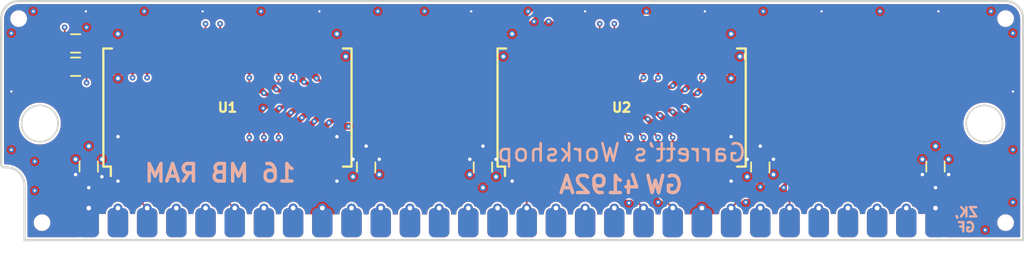
<source format=kicad_pcb>
(kicad_pcb (version 20211014) (generator pcbnew)
  (title_block (title "GW4192A") (date "2021-06-19") (rev "1.0-SOJ") (company "Garrett's Workshop"))
  (layers (0 "F.Cu" signal) (1 "In1.Cu" power) (2 "In2.Cu" signal) (31 "B.Cu" power) (34 "B.Paste" user) (35 "F.Paste" user) (36 "B.SilkS" user "B.Silkscreen") (37 "F.SilkS" user "F.Silkscreen") (38 "B.Mask" user) (39 "F.Mask" user) (44 "Edge.Cuts" user))
  (net 0 "")
  (net 1 "+5V")
  (net 2 "/D0")
  (net 3 "/D1")
  (net 4 "/~{WE}")
  (net 5 "/~{RAS}")
  (net 6 "/~{CAS}")
  (net 7 "/D2")
  (net 8 "/D3")
  (net 9 "GND")
  (net 10 "/D4")
  (net 11 "/D5")
  (net 12 "/D6")
  (net 13 "/D7")
  (net 14 "/QP")
  (net 15 "/~{CASP}")
  (net 16 "/DP")
  (net 17 "/1A0")
  (net 18 "/1A1")
  (net 19 "/1A2")
  (net 20 "/1A3")
  (net 21 "/1A4")
  (net 22 "/1A5")
  (net 23 "/1A6")
  (net 24 "/1A7")
  (net 25 "/1A8")
  (net 26 "/1A10")
  (net 27 "/1A9")
  (net 28 "Net-(U1-Pad27)")
  (net 29 "Net-(U1-Pad24)")
  (net 30 "/1A11")
  (net 31 "Net-(U2-Pad27)")
  (net 32 "Net-(U2-Pad24)")
  (net 33 "/~{OE}")
  (net 34 "Net-(U1-Pad29)")
  (net 35 "Net-(U1-Pad28)")
  (net 36 "Net-(U1-Pad7)")
  (net 37 "Net-(U1-Pad6)")
  (net 38 "Net-(U1-Pad5)")
  (net 39 "Net-(U1-Pad4)")
  (net 40 "Net-(U2-Pad4)")
  (net 41 "Net-(U2-Pad5)")
  (net 42 "Net-(U2-Pad6)")
  (net 43 "Net-(U2-Pad7)")
  (net 44 "Net-(U2-Pad28)")
  (net 45 "Net-(U2-Pad29)")
  (footprint "stdpads:SIMM-30_Edge" (layer "F.Cu") (at 120.65 99.822)
    (fp_text reference "J1")
    (fp_text value "DRAM-SIMM-30")
  )
  (footprint "stdpads:C_0805" (layer "F.Cu") (at 83.82 95.2255 90)
    (fp_text reference "C1")
    (fp_text value "2u2")
  )
  (footprint "stdpads:C_0805" (layer "F.Cu") (at 157.48 95.2255 90)
    (fp_text reference "C5")
    (fp_text value "2u2")
  )
  (footprint "stdpads:C_0805" (layer "F.Cu") (at 107.95 95.2255 -90)
    (fp_text reference "C2")
    (fp_text value "2u2")
  )
  (footprint "stdpads:C_0805" (layer "F.Cu") (at 118.11 95.2255 -90)
    (fp_text reference "C3")
    (fp_text value "2u2")
  )
  (footprint "stdpads:C_0805" (layer "F.Cu") (at 142.24 95.2255 -90)
    (fp_text reference "C4")
    (fp_text value "2u2")
  )
  (footprint "stdpads:R_0805" (layer "F.Cu") (at 82.677 86.487 180)
    (fp_text reference "R1")
    (fp_text value "EDO")
  )
  (footprint "stdpads:R_0805" (layer "F.Cu") (at 82.677 84.455)
    (fp_text reference "R2")
    (fp_text value "FPM")
  )
  (footprint "stdpads:PasteHole_1.152mm_NPTH" (layer "F.Cu") (at 163.576 82.296)
    (fp_text reference "H2")
    (fp_text value "MountingHole" hide)
  )
  (footprint "stdpads:PasteHole_1.152mm_NPTH" (layer "F.Cu") (at 77.724 82.296)
    (fp_text reference "H1")
    (fp_text value "MountingHole" hide)
  )
  (footprint "stdpads:PasteHole_1.152mm_NPTH" (layer "F.Cu") (at 79.756 100.076)
    (fp_text reference "H4")
    (fp_text value "MountingHole" hide)
  )
  (footprint "stdpads:PasteHole_1.152mm_NPTH" (layer "F.Cu") (at 163.576 100.076)
    (fp_text reference "H3")
    (fp_text value "MountingHole" hide)
  )
  (footprint "stdpads:SOJ-32_400mil" (layer "F.Cu") (at 95.885 90.043 90)
    (fp_text reference "U1")
    (fp_text value "KM44C16104")
  )
  (footprint "stdpads:SOJ-32_400mil" (layer "F.Cu") (at 130.175 90.043 90)
    (fp_text reference "U2")
    (fp_text value "KM44C16104")
  )
  (gr_line (start 76.2 94.996) (end 76.2 82.296) (layer "Edge.Cuts") (width 0.2))
  (gr_circle (center 79.5655 91.44) (end 77.978 91.44) (layer "Edge.Cuts") (width 0.15) (fill none))
  (gr_circle (center 161.7345 91.44) (end 163.322 91.44) (layer "Edge.Cuts") (width 0.15) (fill none))
  (gr_arc (start 163.576 80.772) (mid 164.653631 81.218369) (end 165.1 82.296) (layer "Edge.Cuts") (width 0.2))
  (gr_arc (start 76.2 82.296) (mid 76.646369 81.218369) (end 77.724 80.772) (layer "Edge.Cuts") (width 0.2))
  (gr_arc (start 76.454 95.25) (mid 76.274395 95.175605) (end 76.2 94.996) (layer "Edge.Cuts") (width 0.2))
  (gr_line (start 76.6445 95.25) (end 76.454 95.25) (layer "Edge.Cuts") (width 0.2))
  (gr_line (start 78.232 101.6) (end 78.232 96.8375) (layer "Edge.Cuts") (width 0.2))
  (gr_arc (start 76.6445 95.25) (mid 77.767032 95.714968) (end 78.232 96.8375) (layer "Edge.Cuts") (width 0.2))
  (gr_line (start 77.724 80.772) (end 163.576 80.772) (layer "Edge.Cuts") (width 0.2))
  (gr_line (start 165.1 101.6) (end 78.232 101.6) (layer "Edge.Cuts") (width 0.2))
  (gr_line (start 165.1 82.296) (end 165.1 101.6) (layer "Edge.Cuts") (width 0.2))
  (gr_text "16 MB RAM" (at 95.25 95.758) (layer "B.SilkS") (effects (font (size 1.524 1.524) (thickness 0.3)) (justify mirror)))
  (gr_text "GW" (at 133.858 96.774) (layer "B.SilkS") (effects (font (size 1.5 1.5) (thickness 0.3)) (justify mirror)))
  (gr_text "Garrett’s Workshop" (at 130.175 93.98) (layer "B.SilkS") (effects (font (size 1.524 1.524) (thickness 0.225)) (justify mirror)))
  (gr_text "4192A" (at 128.27 96.774) (layer "B.SilkS") (effects (font (size 1.5 1.5) (thickness 0.3)) (justify mirror)))
  (gr_text "ZK,\nGF" (at 160.147 99.822) (layer "B.SilkS") (effects (font (size 0.8128 0.8128) (thickness 0.2032)) (justify mirror)))
  (segment (start 117.143 94.3755) (end 116.967 94.5515) (width 0.6) (layer "F.Cu") (net 1))
  (segment (start 118.11 94.3755) (end 117.143 94.3755) (width 0.6) (layer "F.Cu") (net 1))
  (segment (start 118.11 94.3755) (end 119.077 94.3755) (width 0.6) (layer "F.Cu") (net 1))
  (segment (start 119.077 94.3755) (end 119.253 94.5515) (width 0.6) (layer "F.Cu") (net 1))
  (segment (start 105.41 94.513) (end 105.41 92.583) (width 0.6) (layer "F.Cu") (net 1))
  (segment (start 83.82 96.0755) (end 82.8675 96.0755) (width 0.6) (layer "F.Cu") (net 1))
  (segment (start 118.11 94.3755) (end 118.11 93.4085) (width 0.6) (layer "F.Cu") (net 1))
  (segment (start 120.65 94.513) (end 120.65 96.4565) (width 0.6) (layer "F.Cu") (net 1))
  (segment (start 119.253 94.5515) (end 120.5865 94.5515) (width 0.6) (layer "F.Cu") (net 1))
  (segment (start 105.41 94.513) (end 105.41 96.4565) (width 0.6) (layer "F.Cu") (net 1))
  (segment (start 141.097 94.5515) (end 139.7635 94.5515) (width 0.6) (layer "F.Cu") (net 1))
  (segment (start 86.36 94.513) (end 86.36 96.4565) (width 0.6) (layer "F.Cu") (net 1))
  (segment (start 106.983 94.3755) (end 106.807 94.5515) (width 0.6) (layer "F.Cu") (net 1))
  (segment (start 158.4325 96.0755) (end 158.623 95.885) (width 0.6) (layer "F.Cu") (net 1))
  (segment (start 120.5865 94.5515) (end 120.65 94.488) (width 0.6) (layer "F.Cu") (net 1))
  (segment (start 82.8675 96.0755) (end 82.677 95.885) (width 0.6) (layer "F.Cu") (net 1))
  (segment (start 157.48 96.0755) (end 158.4325 96.0755) (width 0.6) (layer "F.Cu") (net 1))
  (segment (start 105.4735 94.5515) (end 106.807 94.5515) (width 0.6) (layer "F.Cu") (net 1))
  (segment (start 105.41 94.488) (end 105.4735 94.5515) (width 0.6) (layer "F.Cu") (net 1))
  (segment (start 142.24 94.3755) (end 142.24 93.4085) (width 0.6) (layer "F.Cu") (net 1))
  (segment (start 107.95 94.3755) (end 106.983 94.3755) (width 0.6) (layer "F.Cu") (net 1))
  (segment (start 157.48 96.0755) (end 157.48 98.806) (width 0.8) (layer "F.Cu") (net 1))
  (segment (start 83.82 96.0755) (end 84.963 96.0755) (width 0.6) (layer "F.Cu") (net 1))
  (segment (start 143.207 94.3755) (end 143.383 94.5515) (width 0.6) (layer "F.Cu") (net 1))
  (segment (start 86.36 96.4565) (end 85.344 96.4565) (width 0.6) (layer "F.Cu") (net 1))
  (segment (start 83.82 96.0755) (end 83.82 97.028) (width 0.6) (layer "F.Cu") (net 1))
  (segment (start 86.36 94.513) (end 86.36 92.583) (width 0.6) (layer "F.Cu") (net 1))
  (segment (start 85.344 96.4565) (end 84.963 96.0755) (width 0.6) (layer "F.Cu") (net 1))
  (segment (start 107.95 94.3755) (end 108.917 94.3755) (width 0.6) (layer "F.Cu") (net 1))
  (segment (start 142.24 94.3755) (end 143.207 94.3755) (width 0.6) (layer "F.Cu") (net 1))
  (segment (start 107.95 94.3755) (end 107.95 93.4085) (width 0.6) (layer "F.Cu") (net 1))
  (segment (start 157.48 96.0755) (end 157.48 97.028) (width 0.6) (layer "F.Cu") (net 1))
  (segment (start 139.7 94.513) (end 139.7 92.583) (width 0.6) (layer "F.Cu") (net 1))
  (segment (start 139.7635 94.5515) (end 139.7 94.488) (width 0.6) (layer "F.Cu") (net 1))
  (segment (start 157.48 96.0755) (end 156.5275 96.0755) (width 0.6) (layer "F.Cu") (net 1))
  (segment (start 141.273 94.3755) (end 141.097 94.5515) (width 0.6) (layer "F.Cu") (net 1))
  (segment (start 83.82 97.028) (end 83.82 98.806) (width 0.6) (layer "F.Cu") (net 1))
  (segment (start 108.917 94.3755) (end 109.093 94.5515) (width 0.6) (layer "F.Cu") (net 1))
  (segment (start 156.5275 96.0755) (end 156.337 95.885) (width 0.6) (layer "F.Cu") (net 1))
  (segment (start 142.24 94.3755) (end 141.273 94.3755) (width 0.6) (layer "F.Cu") (net 1))
  (segment (start 139.7 94.513) (end 139.7 96.4565) (width 0.6) (layer "F.Cu") (net 1))
  (via (at 116.967 94.5515) (size 0.6) (drill 0.3) (layers "F.Cu" "B.Cu") (net 1))
  (via (at 119.253 94.5515) (size 0.6) (drill 0.3) (layers "F.Cu" "B.Cu") (net 1))
  (via (at 164.211 88.646) (size 0.508) (drill 0.2) (layers "F.Cu" "B.Cu") (net 1))
  (via (at 157.734 81.661) (size 0.508) (drill 0.2) (layers "F.Cu" "B.Cu") (net 1))
  (via (at 147.574 81.661) (size 0.508) (drill 0.2) (layers "F.Cu" "B.Cu") (net 1))
  (via (at 137.414 81.661) (size 0.508) (drill 0.2) (layers "F.Cu" "B.Cu") (net 1))
  (via (at 127 81.661) (size 0.508) (drill 0.2) (layers "F.Cu" "B.Cu") (net 1))
  (via (at 117.094 81.661) (size 0.508) (drill 0.2) (layers "F.Cu" "B.Cu") (net 1))
  (via (at 83.566 81.661) (size 0.508) (drill 0.2) (layers "F.Cu" "B.Cu") (net 1))
  (via (at 93.726 81.661) (size 0.508) (drill 0.2) (layers "F.Cu" "B.Cu") (net 1))
  (via (at 103.886 81.661) (size 0.508) (drill 0.2) (layers "F.Cu" "B.Cu") (net 1))
  (via (at 77.089 88.646) (size 0.508) (drill 0.2) (layers "F.Cu" "B.Cu") (net 1))
  (via (at 156.337 95.885) (size 0.6) (drill 0.3) (layers "F.Cu" "B.Cu") (net 1))
  (via (at 82.677 95.885) (size 0.6) (drill 0.3) (layers "F.Cu" "B.Cu") (net 1))
  (via (at 120.65 96.4565) (size 0.6) (drill 0.3) (layers "F.Cu" "B.Cu") (net 1))
  (via (at 107.95 93.4085) (size 0.6) (drill 0.3) (layers "F.Cu" "B.Cu") (net 1))
  (via (at 157.48 97.028) (size 0.6) (drill 0.3) (layers "F.Cu" "B.Cu") (net 1))
  (via (at 106.807 94.5515) (size 0.6) (drill 0.3) (layers "F.Cu" "B.Cu") (net 1))
  (via (at 139.7 92.583) (size 0.6) (drill 0.3) (layers "F.Cu" "B.Cu") (net 1))
  (via (at 118.11 93.4085) (size 0.6) (drill 0.3) (layers "F.Cu" "B.Cu") (net 1))
  (via (at 109.093 94.5515) (size 0.6) (drill 0.3) (layers "F.Cu" "B.Cu") (net 1))
  (via (at 83.82 97.028) (size 0.6) (drill 0.3) (layers "F.Cu" "B.Cu") (net 1))
  (via (at 143.383 94.5515) (size 0.6) (drill 0.3) (layers "F.Cu" "B.Cu") (net 1))
  (via (at 86.36 92.583) (size 0.6) (drill 0.3) (layers "F.Cu" "B.Cu") (net 1))
  (via (at 86.36 96.4565) (size 0.6) (drill 0.3) (layers "F.Cu" "B.Cu") (net 1))
  (via (at 105.41 96.4565) (size 0.6) (drill 0.3) (layers "F.Cu" "B.Cu") (net 1))
  (via (at 141.097 94.5515) (size 0.6) (drill 0.3) (layers "F.Cu" "B.Cu") (net 1))
  (via (at 142.24 93.4085) (size 0.6) (drill 0.3) (layers "F.Cu" "B.Cu") (net 1))
  (via (at 139.7 96.4565) (size 0.6) (drill 0.3) (layers "F.Cu" "B.Cu") (net 1))
  (via (at 105.41 92.583) (size 0.6) (drill 0.3) (layers "F.Cu" "B.Cu") (net 1))
  (via (at 84.963 96.0755) (size 0.6) (drill 0.3) (layers "F.Cu" "B.Cu") (net 1))
  (via (at 158.623 95.885) (size 0.6) (drill 0.3) (layers "F.Cu" "B.Cu") (net 1))
  (segment (start 87.63 94.513) (end 87.63 97.536) (width 0.1524) (layer "F.Cu") (net 2))
  (segment (start 87.63 97.536) (end 88.9 98.806) (width 0.1524) (layer "F.Cu") (net 2))
  (segment (start 88.9 100.076) (end 88.9 98.806) (width 0.1524) (layer "F.Cu") (net 2))
  (segment (start 88.9 97.155) (end 89.408 97.663) (width 0.1524) (layer "F.Cu") (net 3))
  (segment (start 89.408 97.663) (end 95.3135 97.663) (width 0.1524) (layer "F.Cu") (net 3))
  (segment (start 96.4565 98.806) (end 96.52 98.806) (width 0.1524) (layer "F.Cu") (net 3))
  (segment (start 88.9 94.513) (end 88.9 97.155) (width 0.1524) (layer "F.Cu") (net 3))
  (segment (start 96.52 100.076) (end 96.52 98.552) (width 0.1524) (layer "F.Cu") (net 3))
  (segment (start 95.3135 97.663) (end 96.4565 98.806) (width 0.1524) (layer "F.Cu") (net 3))
  (segment (start 108.48975 97.8535) (end 113.95075 92.3925) (width 0.1524) (layer "F.Cu") (net 4))
  (segment (start 129.0955 92.3925) (end 129.54 92.837) (width 0.1524) (layer "F.Cu") (net 4))
  (segment (start 95.25 94.513) (end 95.25 97.155) (width 0.1524) (layer "F.Cu") (net 4))
  (segment (start 95.9485 97.8535) (end 108.48975 97.8535) (width 0.1524) (layer "F.Cu") (net 4))
  (segment (start 129.54 92.837) (end 129.54 97.155) (width 0.1524) (layer "F.Cu") (net 4))
  (segment (start 129.921 97.536) (end 133.35 97.536) (width 0.1524) (layer "F.Cu") (net 4))
  (segment (start 95.25 97.155) (end 95.9485 97.8535) (width 0.1524) (layer "F.Cu") (net 4))
  (segment (start 113.95075 92.3925) (end 129.0955 92.3925) (width 0.1524) (layer "F.Cu") (net 4))
  (segment (start 129.54 97.155) (end 129.921 97.536) (width 0.1524) (layer "F.Cu") (net 4))
  (segment (start 133.35 97.536) (end 134.62 98.806) (width 0.1524) (layer "F.Cu") (net 4))
  (segment (start 96.52 97.155) (end 96.52 94.513) (width 0.1524) (layer "F.Cu") (net 5))
  (segment (start 130.81 92.6465) (end 130.81 94.513) (width 0.1524) (layer "F.Cu") (net 5))
  (segment (start 104.775 92.456) (end 104.775 97.409) (width 0.1524) (layer "F.Cu") (net 5))
  (segment (start 105.2195 92.0115) (end 104.775 92.456) (width 0.1524) (layer "F.Cu") (net 5))
  (segment (start 130.81 92.6465) (end 129.921 91.7575) (width 0.1524) (layer "F.Cu") (net 5))
  (segment (start 107.1245 92.202) (end 105.791 92.202) (width 0.1524) (layer "F.Cu") (net 5))
  (segment (start 104.648 97.536) (end 96.901 97.536) (width 0.1524) (layer "F.Cu") (net 5))
  (segment (start 96.901 97.536) (end 96.52 97.155) (width 0.1524) (layer "F.Cu") (net 5))
  (segment (start 105.791 92.202) (end 105.6005 92.0115) (width 0.1524) (layer "F.Cu") (net 5))
  (segment (start 104.775 97.409) (end 104.648 97.536) (width 0.1524) (layer "F.Cu") (net 5))
  (segment (start 105.6005 92.0115) (end 105.2195 92.0115) (width 0.1524) (layer "F.Cu") (net 5))
  (segment (start 129.921 91.7575) (end 107.569 91.7575) (width 0.1524) (layer "F.Cu") (net 5))
  (segment (start 107.569 91.7575) (end 107.1245 92.202) (width 0.1524) (layer "F.Cu") (net 5))
  (via (at 130.81 92.6465) (size 0.508) (drill 0.2) (layers "F.Cu" "B.Cu") (net 5))
  (segment (start 93.98 85.573) (end 93.98 82.7405) (width 0.1524) (layer "F.Cu") (net 6))
  (segment (start 83.627 87.8815) (end 83.627 86.487) (width 0.1524) (layer "F.Cu") (net 6))
  (segment (start 128.27 85.573) (end 128.27 82.7405) (width 0.1524) (layer "F.Cu") (net 6))
  (segment (start 83.6295 87.884) (end 83.627 87.8815) (width 0.1524) (layer "F.Cu") (net 6))
  (via (at 93.98 82.7405) (size 0.508) (drill 0.2) (layers "F.Cu" "B.Cu") (net 6))
  (via (at 83.6295 87.884) (size 0.508) (drill 0.2) (layers "F.Cu" "B.Cu") (net 6))
  (via (at 128.27 82.7405) (size 0.508) (drill 0.2) (layers "F.Cu" "B.Cu") (net 6))
  (segment (start 88.9 85.573) (end 88.9 87.4395) (width 0.1524) (layer "F.Cu") (net 7))
  (via (at 88.9 87.4395) (size 0.508) (drill 0.2) (layers "F.Cu" "B.Cu") (net 7))
  (segment (start 87.63 85.573) (end 87.63 87.4395) (width 0.1524) (layer "F.Cu") (net 8))
  (via (at 87.63 87.4395) (size 0.508) (drill 0.2) (layers "F.Cu" "B.Cu") (net 8))
  (segment (start 117.1575 96.0755) (end 116.967 95.885) (width 0.6) (layer "F.Cu") (net 9))
  (segment (start 118.11 96.0755) (end 117.1575 96.0755) (width 0.6) (layer "F.Cu") (net 9))
  (segment (start 118.11 96.0755) (end 118.11 97.028) (width 0.6) (layer "F.Cu") (net 9))
  (segment (start 86.36 85.573) (end 86.36 83.6295) (width 0.6) (layer "F.Cu") (net 9))
  (segment (start 105.41 85.573) (end 105.41 83.6295) (width 0.6) (layer "F.Cu") (net 9))
  (segment (start 105.435 85.598) (end 106.172 85.598) (width 0.6) (layer "F.Cu") (net 9))
  (segment (start 142.24 96.0755) (end 143.1925 96.0755) (width 0.6) (layer "F.Cu") (net 9))
  (segment (start 157.48 94.3755) (end 158.447 94.3755) (width 0.6) (layer "F.Cu") (net 9))
  (segment (start 107.95 96.0755) (end 106.807 96.0755) (width 0.6) (layer "F.Cu") (net 9))
  (segment (start 83.82 94.3755) (end 84.787 94.3755) (width 0.6) (layer "F.Cu") (net 9))
  (segment (start 158.447 94.3755) (end 158.623 94.5515) (width 0.6) (layer "F.Cu") (net 9))
  (segment (start 157.48 94.3755) (end 156.513 94.3755) (width 0.6) (layer "F.Cu") (net 9))
  (segment (start 84.787 94.3755) (end 84.963 94.5515) (width 0.6) (layer "F.Cu") (net 9))
  (segment (start 82.853 94.3755) (end 82.677 94.5515) (width 0.6) (layer "F.Cu") (net 9))
  (segment (start 83.627 83.0605) (end 83.6295 83.058) (width 0.1524) (layer "F.Cu") (net 9))
  (segment (start 139.7 85.573) (end 139.7 83.6295) (width 0.6) (layer "F.Cu") (net 9))
  (segment (start 142.24 96.0755) (end 142.24 96.9645) (width 0.508) (layer "F.Cu") (net 9))
  (segment (start 120.65 85.573) (end 120.625 85.598) (width 0.6) (layer "F.Cu") (net 9))
  (segment (start 86.36 85.573) (end 86.36 87.503) (width 0.6) (layer "F.Cu") (net 9))
  (segment (start 139.7 85.573) (end 139.725 85.598) (width 0.6) (layer "F.Cu") (net 9))
  (segment (start 139.725 85.598) (end 140.462 85.598) (width 0.6) (layer "F.Cu") (net 9))
  (segment (start 139.7 85.573) (end 139.7 87.503) (width 0.6) (layer "F.Cu") (net 9))
  (segment (start 83.82 94.3755) (end 83.82 93.4085) (width 0.6) (layer "F.Cu") (net 9))
  (segment (start 83.627 84.455) (end 83.627 83.0605) (width 0.1524) (layer "F.Cu") (net 9))
  (segment (start 157.48 94.3755) (end 157.48 93.4085) (width 0.6) (layer "F.Cu") (net 9))
  (segment (start 143.1925 96.0755) (end 143.383 95.885) (width 0.6) (layer "F.Cu") (net 9))
  (segment (start 156.513 94.3755) (end 156.337 94.5515) (width 0.6) (layer "F.Cu") (net 9))
  (segment (start 83.82 94.3755) (end 82.853 94.3755) (width 0.6) (layer "F.Cu") (net 9))
  (segment (start 107.95 96.0755) (end 108.9025 96.0755) (width 0.6) (layer "F.Cu") (net 9))
  (segment (start 108.9025 96.0755) (end 109.093 95.885) (width 0.6) (layer "F.Cu") (net 9))
  (segment (start 105.41 85.573) (end 105.435 85.598) (width 0.6) (layer "F.Cu") (net 9))
  (segment (start 142.24 96.0755) (end 141.097 96.0755) (width 0.6) (layer "F.Cu") (net 9))
  (segment (start 120.625 85.598) (end 119.888 85.598) (width 0.6) (layer "F.Cu") (net 9))
  (segment (start 120.65 85.573) (end 120.65 83.6295) (width 0.6) (layer "F.Cu") (net 9))
  (segment (start 118.11 96.0755) (end 119.253 96.0755) (width 0.6) (layer "F.Cu") (net 9))
  (via (at 162.306 81.661) (size 0.508) (drill 0.2) (layers "F.Cu" "B.Cu") (net 9))
  (via (at 79.121 94.742) (size 0.508) (drill 0.2) (layers "F.Cu" "B.Cu") (net 9))
  (via (at 116.967 95.885) (size 0.6) (drill 0.3) (layers "F.Cu" "B.Cu") (net 9))
  (via (at 118.11 97.028) (size 0.6) (drill 0.3) (layers "F.Cu" "B.Cu") (net 9))
  (via (at 106.426 91.694) (size 0.508) (drill 0.2) (layers "F.Cu" "B.Cu") (net 9))
  (via (at 135.6995 88.4555) (size 0.508) (drill 0.2) (layers "F.Cu" "B.Cu") (net 9))
  (via (at 134.62 90.424) (size 0.508) (drill 0.2) (layers "F.Cu" "B.Cu") (net 9))
  (via (at 136.779 88.773) (size 0.508) (drill 0.2) (layers "F.Cu" "B.Cu") (net 9))
  (via (at 133.5405 90.7415) (size 0.508) (drill 0.2) (layers "F.Cu" "B.Cu") (net 9))
  (via (at 135.6995 90.1065) (size 0.508) (drill 0.2) (layers "F.Cu" "B.Cu") (net 9))
  (via (at 134.62 88.138) (size 0.508) (drill 0.2) (layers "F.Cu" "B.Cu") (net 9))
  (via (at 132.461 91.059) (size 0.508) (drill 0.2) (layers "F.Cu" "B.Cu") (net 9))
  (via (at 100.1395 88.4555) (size 0.508) (drill 0.2) (layers "F.Cu" "B.Cu") (net 9))
  (via (at 133.35 98.298) (size 0.508) (drill 0.2) (layers "F.Cu" "B.Cu") (net 9))
  (via (at 98.9965 90.1065) (size 0.508) (drill 0.2) (layers "F.Cu" "B.Cu") (net 9))
  (via (at 161.798 100.711) (size 0.508) (drill 0.2) (layers "F.Cu" "B.Cu") (net 9))
  (via (at 164.211 83.566) (size 0.508) (drill 0.2) (layers "F.Cu" "B.Cu") (net 9))
  (via (at 79.121 97.282) (size 0.508) (drill 0.2) (layers "F.Cu" "B.Cu") (net 9))
  (via (at 152.654 81.661) (size 0.508) (drill 0.2) (layers "F.Cu" "B.Cu") (net 9))
  (via (at 142.494 81.661) (size 0.508) (drill 0.2) (layers "F.Cu" "B.Cu") (net 9))
  (via (at 132.334 81.661) (size 0.508) (drill 0.2) (layers "F.Cu" "B.Cu") (net 9))
  (via (at 122.047 81.661) (size 0.508) (drill 0.2) (layers "F.Cu" "B.Cu") (net 9))
  (via (at 78.994 81.661) (size 0.508) (drill 0.2) (layers "F.Cu" "B.Cu") (net 9))
  (via (at 77.089 83.566) (size 0.508) (drill 0.2) (layers "F.Cu" "B.Cu") (net 9))
  (via (at 88.646 81.661) (size 0.508) (drill 0.2) (layers "F.Cu" "B.Cu") (net 9))
  (via (at 98.806 81.661) (size 0.508) (drill 0.2) (layers "F.Cu" "B.Cu") (net 9))
  (via (at 108.966 81.661) (size 0.508) (drill 0.2) (layers "F.Cu" "B.Cu") (net 9))
  (via (at 113.03 81.661) (size 0.508) (drill 0.2) (layers "F.Cu" "B.Cu") (net 9))
  (via (at 77.089 93.726) (size 0.508) (drill 0.2) (layers "F.Cu" "B.Cu") (net 9))
  (via (at 164.211 93.726) (size 0.508) (drill 0.2) (layers "F.Cu" "B.Cu") (net 9))
  (via (at 164.211 98.298) (size 0.508) (drill 0.2) (layers "F.Cu" "B.Cu") (net 9))
  (via (at 144.272 97.028) (size 0.508) (drill 0.2) (layers "F.Cu" "B.Cu") (net 9))
  (via (at 140.97 98.298) (size 0.508) (drill 0.2) (layers "F.Cu" "B.Cu") (net 9))
  (via (at 130.81 98.3615) (size 0.508) (drill 0.2) (layers "F.Cu" "B.Cu") (net 9))
  (via (at 122.555 82.55) (size 0.508) (drill 0.2) (layers "F.Cu" "B.Cu") (net 9))
  (via (at 123.825 82.55) (size 0.508) (drill 0.2) (layers "F.Cu" "B.Cu") (net 9))
  (via (at 104.7115 91.3765) (size 0.508) (drill 0.2) (layers "F.Cu" "B.Cu") (net 9))
  (via (at 103.4415 91.2495) (size 0.508) (drill 0.2) (layers "F.Cu" "B.Cu") (net 9))
  (via (at 102.362 90.932) (size 0.508) (drill 0.2) (layers "F.Cu" "B.Cu") (net 9))
  (via (at 101.4095 90.4875) (size 0.508) (drill 0.2) (layers "F.Cu" "B.Cu") (net 9))
  (via (at 100.3935 90.1065) (size 0.508) (drill 0.2) (layers "F.Cu" "B.Cu") (net 9))
  (via (at 99.06 88.773) (size 0.508) (drill 0.2) (layers "F.Cu" "B.Cu") (net 9))
  (via (at 103.632 87.503) (size 0.508) (drill 0.2) (layers "F.Cu" "B.Cu") (net 9))
  (via (at 102.5525 87.8205) (size 0.508) (drill 0.2) (layers "F.Cu" "B.Cu") (net 9))
  (via (at 143.383 95.885) (size 0.6) (drill 0.3) (layers "F.Cu" "B.Cu") (net 9))
  (via (at 82.677 94.5515) (size 0.6) (drill 0.3) (layers "F.Cu" "B.Cu") (net 9))
  (via (at 109.093 95.885) (size 0.6) (drill 0.3) (layers "F.Cu" "B.Cu") (net 9))
  (via (at 139.7 83.6295) (size 0.6) (drill 0.3) (layers "F.Cu" "B.Cu") (net 9))
  (via (at 105.41 83.6295) (size 0.6) (drill 0.3) (layers "F.Cu" "B.Cu") (net 9))
  (via (at 120.65 83.6295) (size 0.6) (drill 0.3) (layers "F.Cu" "B.Cu") (net 9))
  (via (at 84.963 94.5515) (size 0.6) (drill 0.3) (layers "F.Cu" "B.Cu") (net 9))
  (via (at 83.82 93.4085) (size 0.6) (drill 0.3) (layers "F.Cu" "B.Cu") (net 9))
  (via (at 83.6295 83.058) (size 0.508) (drill 0.2) (layers "F.Cu" "B.Cu") (net 9))
  (via (at 119.888 85.598) (size 0.6) (drill 0.3) (layers "F.Cu" "B.Cu") (net 9))
  (via (at 157.48 93.4085) (size 0.6) (drill 0.3) (layers "F.Cu" "B.Cu") (net 9))
  (via (at 119.253 96.0755) (size 0.6) (drill 0.3) (layers "F.Cu" "B.Cu") (net 9))
  (via (at 141.097 96.0755) (size 0.6) (drill 0.3) (layers "F.Cu" "B.Cu") (net 9))
  (via (at 158.623 94.5515) (size 0.6) (drill 0.3) (layers "F.Cu" "B.Cu") (net 9))
  (via (at 142.24 96.9645) (size 0.508) (drill 0.2) (layers "F.Cu" "B.Cu") (net 9))
  (via (at 106.172 85.598) (size 0.6) (drill 0.3) (layers "F.Cu" "B.Cu") (net 9))
  (via (at 86.36 83.6295) (size 0.6) (drill 0.3) (layers "F.Cu" "B.Cu") (net 9))
  (via (at 156.337 94.5515) (size 0.6) (drill 0.3) (layers "F.Cu" "B.Cu") (net 9))
  (via (at 140.462 85.598) (size 0.6) (drill 0.3) (layers "F.Cu" "B.Cu") (net 9))
  (via (at 86.36 87.503) (size 0.6) (drill 0.3) (layers "F.Cu" "B.Cu") (net 9))
  (via (at 106.807 96.0755) (size 0.6) (drill 0.3) (layers "F.Cu" "B.Cu") (net 9))
  (via (at 139.7 87.503) (size 0.6) (drill 0.3) (layers "F.Cu" "B.Cu") (net 9))
  (segment (start 121.92 94.513) (end 121.92 98.806) (width 0.1524) (layer "F.Cu") (net 10))
  (segment (start 131.1275 97.8535) (end 132.08 98.806) (width 0.1524) (layer "F.Cu") (net 11))
  (segment (start 123.571 97.536) (end 129.4765 97.536) (width 0.1524) (layer "F.Cu") (net 11))
  (segment (start 129.4765 97.536) (end 129.794 97.8535) (width 0.1524) (layer "F.Cu") (net 11))
  (segment (start 123.19 94.513) (end 123.19 97.155) (width 0.1524) (layer "F.Cu") (net 11))
  (segment (start 123.19 97.155) (end 123.571 97.536) (width 0.1524) (layer "F.Cu") (net 11))
  (segment (start 129.794 97.8535) (end 131.1275 97.8535) (width 0.1524) (layer "F.Cu") (net 11))
  (segment (start 141.0335 90.424) (end 144.4625 93.853) (width 0.1524) (layer "F.Cu") (net 12))
  (segment (start 129.921 81.915) (end 130.4925 82.4865) (width 0.1524) (layer "F.Cu") (net 12))
  (segment (start 124.0155 82.042) (end 124.46 82.4865) (width 0.1524) (layer "F.Cu") (net 12))
  (segment (start 123.6345 82.042) (end 124.0155 82.042) (width 0.1524) (layer "F.Cu") (net 12))
  (segment (start 123.19 82.4865) (end 123.6345 82.042) (width 0.1524) (layer "F.Cu") (net 12))
  (segment (start 141.0335 83.2485) (end 141.0335 90.424) (width 0.1524) (layer "F.Cu") (net 12))
  (segment (start 139.92225 82.13725) (end 141.0335 83.2485) (width 0.1524) (layer "F.Cu") (net 12))
  (segment (start 130.4925 82.4865) (end 139.1285 82.4865) (width 0.1524) (layer "F.Cu") (net 12))
  (segment (start 139.1285 82.4865) (end 139.47775 82.13725) (width 0.1524) (layer "F.Cu") (net 12))
  (segment (start 124.46 82.4865) (end 127.3175 82.4865) (width 0.1524) (layer "F.Cu") (net 12))
  (segment (start 142.8115 97.79) (end 140.716 97.79) (width 0.1524) (layer "F.Cu") (net 12))
  (segment (start 140.716 97.79) (end 139.7 98.806) (width 0.1524) (layer "F.Cu") (net 12))
  (segment (start 127.889 81.915) (end 129.921 81.915) (width 0.1524) (layer "F.Cu") (net 12))
  (segment (start 123.19 85.573) (end 123.19 82.4865) (width 0.1524) (layer "F.Cu") (net 12))
  (segment (start 144.4625 96.139) (end 142.8115 97.79) (width 0.1524) (layer "F.Cu") (net 12))
  (segment (start 139.47775 82.13725) (end 139.92225 82.13725) (width 0.1524) (layer "F.Cu") (net 12))
  (segment (start 127.3175 82.4865) (end 127.889 81.915) (width 0.1524) (layer "F.Cu") (net 12))
  (segment (start 144.4625 93.853) (end 144.4625 96.139) (width 0.1524) (layer "F.Cu") (net 12))
  (segment (start 122.682 81.7245) (end 124.1425 81.7245) (width 0.1524) (layer "F.Cu") (net 13))
  (segment (start 121.92 82.4865) (end 122.682 81.7245) (width 0.1524) (layer "F.Cu") (net 13))
  (segment (start 127.762 81.5975) (end 130.048 81.5975) (width 0.1524) (layer "F.Cu") (net 13))
  (segment (start 141.351 83.1215) (end 141.351 90.297) (width 0.1524) (layer "F.Cu") (net 13))
  (segment (start 130.6195 82.169) (end 139.0015 82.169) (width 0.1524) (layer "F.Cu") (net 13))
  (segment (start 140.0175 81.788) (end 141.351 83.1215) (width 0.1524) (layer "F.Cu") (net 13))
  (segment (start 121.92 85.573) (end 121.92 82.4865) (width 0.1524) (layer "F.Cu") (net 13))
  (segment (start 124.1425 81.7245) (end 124.587 82.169) (width 0.1524) (layer "F.Cu") (net 13))
  (segment (start 124.587 82.169) (end 127.1905 82.169) (width 0.1524) (layer "F.Cu") (net 13))
  (segment (start 144.78 93.726) (end 144.78 98.806) (width 0.1524) (layer "F.Cu") (net 13))
  (segment (start 139.3825 81.788) (end 140.0175 81.788) (width 0.1524) (layer "F.Cu") (net 13))
  (segment (start 127.1905 82.169) (end 127.762 81.5975) (width 0.1524) (layer "F.Cu") (net 13))
  (segment (start 130.048 81.5975) (end 130.6195 82.169) (width 0.1524) (layer "F.Cu") (net 13))
  (segment (start 141.351 90.297) (end 144.78 93.726) (width 0.1524) (layer "F.Cu") (net 13))
  (segment (start 139.0015 82.169) (end 139.3825 81.788) (width 0.1524) (layer "F.Cu") (net 13))
  (segment (start 97.79 92.0115) (end 100.203 89.5985) (width 0.1524) (layer "F.Cu") (net 17))
  (segment (start 135.89 89.5985) (end 138.43 92.1385) (width 0.1524) (layer "F.Cu") (net 17))
  (segment (start 97.79 94.513) (end 97.79 92.6465) (width 0.1524) (layer "F.Cu") (net 17))
  (segment (start 100.203 89.5985) (end 135.89 89.5985) (width 0.1524) (layer "F.Cu") (net 17))
  (segment (start 138.43 92.1385) (end 138.43 94.513) (width 0.1524) (layer "F.Cu") (net 17))
  (segment (start 97.79 92.6465) (end 97.79 92.0115) (width 0.1524) (layer "F.Cu") (net 17))
  (via (at 97.79 92.6465) (size 0.508) (drill 0.2) (layers "F.Cu" "B.Cu") (net 17))
  (segment (start 99.06 94.513) (end 99.06 92.6465) (width 0.1524) (layer "F.Cu") (net 18))
  (segment (start 99.06 92.1385) (end 99.06 92.6465) (width 0.1524) (layer "F.Cu") (net 18))
  (segment (start 134.7978 89.9033) (end 101.2952 89.9033) (width 0.1524) (layer "F.Cu") (net 18))
  (segment (start 137.16 94.513) (end 137.16 92.2655) (width 0.1524) (layer "F.Cu") (net 18))
  (segment (start 137.16 92.2655) (end 134.7978 89.9033) (width 0.1524) (layer "F.Cu") (net 18))
  (segment (start 101.2952 89.9033) (end 99.06 92.1385) (width 0.1524) (layer "F.Cu") (net 18))
  (via (at 99.06 92.6465) (size 0.508) (drill 0.2) (layers "F.Cu" "B.Cu") (net 18))
  (segment (start 133.7056 90.2081) (end 135.89 92.3925) (width 0.1524) (layer "F.Cu") (net 19))
  (segment (start 100.33 92.6465) (end 100.33 92.2655) (width 0.1524) (layer "F.Cu") (net 19))
  (segment (start 100.33 94.513) (end 100.33 92.6465) (width 0.1524) (layer "F.Cu") (net 19))
  (segment (start 135.89 92.3925) (end 135.89 94.513) (width 0.1524) (layer "F.Cu") (net 19))
  (segment (start 100.33 92.2655) (end 102.3874 90.2081) (width 0.1524) (layer "F.Cu") (net 19))
  (segment (start 102.3874 90.2081) (end 133.7056 90.2081) (width 0.1524) (layer "F.Cu") (net 19))
  (via (at 100.33 92.6465) (size 0.508) (drill 0.2) (layers "F.Cu" "B.Cu") (net 19))
  (segment (start 134.62 92.5195) (end 132.6134 90.5129) (width 0.1524) (layer "F.Cu") (net 20))
  (segment (start 101.6 92.3925) (end 101.6 94.513) (width 0.1524) (layer "F.Cu") (net 20))
  (segment (start 103.4796 90.5129) (end 101.6 92.3925) (width 0.1524) (layer "F.Cu") (net 20))
  (segment (start 134.62 94.513) (end 134.62 92.6465) (width 0.1524) (layer "F.Cu") (net 20))
  (segment (start 134.62 92.6465) (end 134.62 92.5195) (width 0.1524) (layer "F.Cu") (net 20))
  (segment (start 132.6134 90.5129) (end 103.4796 90.5129) (width 0.1524) (layer "F.Cu") (net 20))
  (via (at 134.62 92.6465) (size 0.508) (drill 0.2) (layers "F.Cu" "B.Cu") (net 20))
  (segment (start 131.5339 90.8304) (end 133.35 92.6465) (width 0.1524) (layer "F.Cu") (net 21))
  (segment (start 104.5591 90.8304) (end 131.5339 90.8304) (width 0.1524) (layer "F.Cu") (net 21))
  (segment (start 102.87 92.5195) (end 104.5591 90.8304) (width 0.1524) (layer "F.Cu") (net 21))
  (segment (start 133.35 92.6465) (end 133.35 94.513) (width 0.1524) (layer "F.Cu") (net 21))
  (segment (start 102.87 94.513) (end 102.87 92.5195) (width 0.1524) (layer "F.Cu") (net 21))
  (via (at 133.35 92.6465) (size 0.508) (drill 0.2) (layers "F.Cu" "B.Cu") (net 21))
  (segment (start 130.5687 91.1352) (end 105.6513 91.1352) (width 0.1524) (layer "F.Cu") (net 22))
  (segment (start 132.08 92.6465) (end 130.5687 91.1352) (width 0.1524) (layer "F.Cu") (net 22))
  (segment (start 104.14 92.6465) (end 104.14 94.513) (width 0.1524) (layer "F.Cu") (net 22))
  (segment (start 132.08 94.513) (end 132.08 92.6465) (width 0.1524) (layer "F.Cu") (net 22))
  (segment (start 105.6513 91.1352) (end 104.14 92.6465) (width 0.1524) (layer "F.Cu") (net 22))
  (via (at 132.08 92.6465) (size 0.508) (drill 0.2) (layers "F.Cu" "B.Cu") (net 22))
  (segment (start 104.394 87.6935) (end 131.826 87.6935) (width 0.1524) (layer "F.Cu") (net 23))
  (segment (start 131.826 87.6935) (end 132.08 87.4395) (width 0.1524) (layer "F.Cu") (net 23))
  (segment (start 132.08 85.573) (end 132.08 87.4395) (width 0.1524) (layer "F.Cu") (net 23))
  (segment (start 104.14 85.573) (end 104.14 87.4395) (width 0.1524) (layer "F.Cu") (net 23))
  (segment (start 104.14 87.4395) (end 104.394 87.6935) (width 0.1524) (layer "F.Cu") (net 23))
  (via (at 132.08 87.4395) (size 0.508) (drill 0.2) (layers "F.Cu" "B.Cu") (net 23))
  (segment (start 132.7785 88.011) (end 133.35 87.4395) (width 0.1524) (layer "F.Cu") (net 24))
  (segment (start 103.4415 88.011) (end 132.7785 88.011) (width 0.1524) (layer "F.Cu") (net 24))
  (segment (start 133.35 87.4395) (end 133.35 85.573) (width 0.1524) (layer "F.Cu") (net 24))
  (segment (start 102.87 85.573) (end 102.87 87.4395) (width 0.1524) (layer "F.Cu") (net 24))
  (segment (start 102.87 87.4395) (end 103.4415 88.011) (width 0.1524) (layer "F.Cu") (net 24))
  (via (at 133.35 87.4395) (size 0.508) (drill 0.2) (layers "F.Cu" "B.Cu") (net 24))
  (segment (start 134.62 85.573) (end 134.62 87.4395) (width 0.1524) (layer "F.Cu") (net 25))
  (segment (start 134.62 87.4395) (end 133.731 88.3285) (width 0.1524) (layer "F.Cu") (net 25))
  (segment (start 102.362 88.3285) (end 101.6 87.5665) (width 0.1524) (layer "F.Cu") (net 25))
  (segment (start 133.731 88.3285) (end 102.362 88.3285) (width 0.1524) (layer "F.Cu") (net 25))
  (segment (start 101.6 85.573) (end 101.6 87.4395) (width 0.1524) (layer "F.Cu") (net 25))
  (segment (start 101.6 87.5665) (end 101.6 87.4395) (width 0.1524) (layer "F.Cu") (net 25))
  (via (at 101.6 87.4395) (size 0.508) (drill 0.2) (layers "F.Cu" "B.Cu") (net 25))
  (segment (start 137.16 87.4395) (end 137.16 87.6935) (width 0.1524) (layer "F.Cu") (net 26))
  (segment (start 137.16 85.573) (end 137.16 87.4395) (width 0.1524) (layer "F.Cu") (net 26))
  (segment (start 99.06 88.0745) (end 99.06 85.573) (width 0.1524) (layer "F.Cu") (net 26))
  (segment (start 135.89 88.9635) (end 99.949 88.9635) (width 0.1524) (layer "F.Cu") (net 26))
  (segment (start 137.16 87.6935) (end 135.89 88.9635) (width 0.1524) (layer "F.Cu") (net 26))
  (segment (start 99.949 88.9635) (end 99.06 88.0745) (width 0.1524) (layer "F.Cu") (net 26))
  (via (at 137.16 87.4395) (size 0.508) (drill 0.2) (layers "F.Cu" "B.Cu") (net 26))
  (segment (start 101.0285 88.646) (end 134.8105 88.646) (width 0.1524) (layer "F.Cu") (net 27))
  (segment (start 134.8105 88.646) (end 135.89 87.5665) (width 0.1524) (layer "F.Cu") (net 27))
  (segment (start 135.89 87.5665) (end 135.89 85.573) (width 0.1524) (layer "F.Cu") (net 27))
  (segment (start 100.33 87.9475) (end 101.0285 88.646) (width 0.1524) (layer "F.Cu") (net 27))
  (segment (start 100.33 87.4395) (end 100.33 87.9475) (width 0.1524) (layer "F.Cu") (net 27))
  (segment (start 100.33 85.573) (end 100.33 87.4395) (width 0.1524) (layer "F.Cu") (net 27))
  (via (at 100.33 87.4395) (size 0.508) (drill 0.2) (layers "F.Cu" "B.Cu") (net 27))
  (segment (start 98.8695 89.281) (end 97.79 88.2015) (width 0.1524) (layer "F.Cu") (net 30))
  (segment (start 138.43 87.8205) (end 136.9695 89.281) (width 0.1524) (layer "F.Cu") (net 30))
  (segment (start 136.9695 89.281) (end 98.8695 89.281) (width 0.1524) (layer "F.Cu") (net 30))
  (segment (start 138.43 85.573) (end 138.43 87.8205) (width 0.1524) (layer "F.Cu") (net 30))
  (segment (start 97.79 88.2015) (end 97.79 87.4395) (width 0.1524) (layer "F.Cu") (net 30))
  (segment (start 97.79 85.573) (end 97.79 87.4395) (width 0.1524) (layer "F.Cu") (net 30))
  (via (at 97.79 87.4395) (size 0.508) (drill 0.2) (layers "F.Cu" "B.Cu") (net 30))
  (segment (start 81.727 84.455) (end 81.727 83.0605) (width 0.1524) (layer "F.Cu") (net 33))
  (segment (start 129.54 85.573) (end 129.54 82.7405) (width 0.1524) (layer "F.Cu") (net 33))
  (segment (start 81.727 84.455) (end 81.727 86.487) (width 0.1524) (layer "F.Cu") (net 33))
  (segment (start 95.25 85.573) (end 95.25 82.7405) (width 0.1524) (layer "F.Cu") (net 33))
  (segment (start 81.727 83.0605) (end 81.7245 83.058) (width 0.1524) (layer "F.Cu") (net 33))
  (via (at 81.7245 83.058) (size 0.508) (drill 0.2) (layers "F.Cu" "B.Cu") (net 33))
  (via (at 95.25 82.7405) (size 0.508) (drill 0.2) (layers "F.Cu" "B.Cu") (net 33))
  (via (at 129.54 82.7405) (size 0.508) (drill 0.2) (layers "F.Cu" "B.Cu") (net 33))
  (zone (net 9) (net_name "GND") (layer "F.Cu") (connect_pads (clearance 0.1524)) (min_thickness 0.1524) (fill yes (thermal_gap 0.1524) (thermal_bridge_width 0.3))
    (polygon (pts (xy 76.2 80.772) (xy 165.1 80.772) (xy 165.1 101.6) (xy 76.2 101.6)))
  )
  (zone (net 0) (net_name "") (layers F&B.Cu) (connect_pads (clearance 0)) (min_thickness 0.254)
    (keepout (tracks allowed) (vias allowed) (pads allowed) (copperpour not_allowed) (footprints allowed))
    (fill (thermal_gap 0.508) (thermal_bridge_width 0.508))
    (polygon (pts (xy 157.48 101.6) (xy 83.82 101.6) (xy 82.931 99.314) (xy 119.761 99.3775) (xy 158.369 99.314)))
  )
  (zone (net 1) (net_name "+5V") (layer "B.Cu") (connect_pads (clearance 0.1524)) (min_thickness 0.1524) (fill yes (thermal_gap 0.1524) (thermal_bridge_width 0.3))
    (polygon (pts (xy 76.2 80.772) (xy 165.1 80.772) (xy 165.1 101.6) (xy 76.2 101.6)))
  )
)
</source>
